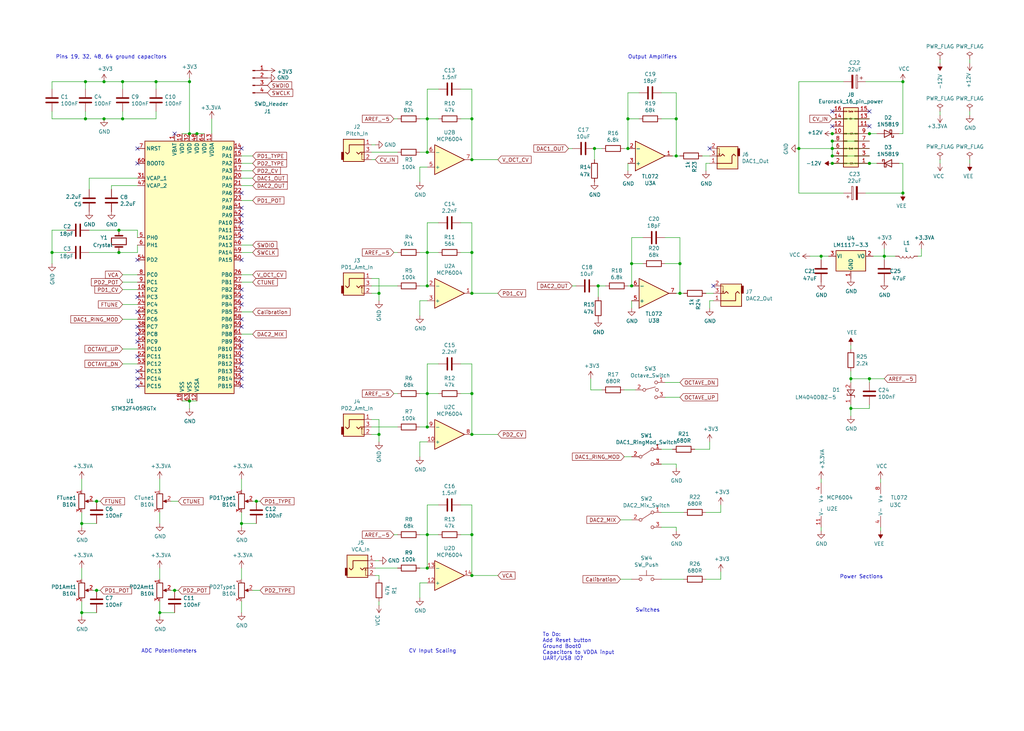
<source format=kicad_sch>
(kicad_sch (version 20230121) (generator eeschema)
  (paper "User" 350.012 250.012)
  (title_block (title "DisPhaze") (company "Mountjoy Modular"))
  (junction (at 214.63 50.8))
  (junction (at 129.54 100.33))
  (junction (at 146.05 52.07))
  (junction (at 161.29 54.61))
  (junction (at 146.05 97.79))
  (junction (at 284.48 50.8))
  (junction (at 203.2 50.8))
  (junction (at 284.48 45.72))
  (junction (at 33.02 201.93))
  (junction (at 302.26 87.63))
  (junction (at 161.29 40.64))
  (junction (at 29.21 40.64))
  (junction (at 297.18 55.88))
  (junction (at 308.61 27.94))
  (junction (at 82.55 179.07))
  (junction (at 232.41 100.33))
  (junction (at 29.21 27.94))
  (junction (at 215.9 90.17))
  (junction (at 64.77 137.16))
  (junction (at 232.41 90.17))
  (junction (at 214.63 40.64))
  (junction (at 146.05 182.88))
  (junction (at 215.9 97.79))
  (junction (at 41.91 40.64))
  (junction (at 284.48 53.34))
  (junction (at 33.02 171.45))
  (junction (at 290.83 139.7))
  (junction (at 231.14 40.64))
  (junction (at 64.77 27.94))
  (junction (at 54.61 209.55))
  (junction (at 308.61 66.04))
  (junction (at 64.77 45.72))
  (junction (at 146.05 146.05))
  (junction (at 231.14 53.34))
  (junction (at 67.31 45.72))
  (junction (at 284.48 48.26))
  (junction (at 146.05 194.31))
  (junction (at 161.29 196.85))
  (junction (at 35.56 40.64))
  (junction (at 161.29 100.33))
  (junction (at 41.91 27.94))
  (junction (at 87.63 171.45))
  (junction (at 40.64 86.36))
  (junction (at 146.05 40.64))
  (junction (at 297.18 129.54))
  (junction (at 273.05 50.8))
  (junction (at 280.67 87.63))
  (junction (at 204.47 97.79))
  (junction (at 146.05 134.62))
  (junction (at 161.29 182.88))
  (junction (at 161.29 134.62))
  (junction (at 297.18 45.72))
  (junction (at 161.29 86.36))
  (junction (at 53.34 27.94))
  (junction (at 290.83 129.54))
  (junction (at 146.05 86.36))
  (junction (at 59.69 201.93))
  (junction (at 129.54 148.59))
  (junction (at 27.94 209.55))
  (junction (at 40.64 78.74))
  (junction (at 161.29 148.59))
  (junction (at 284.48 55.88))
  (junction (at 35.56 27.94))
  (junction (at 27.94 179.07))
  (junction (at 17.78 86.36))
  (no_connect (at 297.18 38.1))
  (no_connect (at 82.55 111.76))
  (no_connect (at 284.48 38.1))
  (no_connect (at 82.55 121.92))
  (no_connect (at 46.99 132.08))
  (no_connect (at 82.55 129.54))
  (no_connect (at 82.55 78.74))
  (no_connect (at 82.55 76.2))
  (no_connect (at 46.99 121.92))
  (no_connect (at 82.55 127))
  (no_connect (at 82.55 109.22))
  (no_connect (at 82.55 50.8))
  (no_connect (at 46.99 116.84))
  (no_connect (at 82.55 73.66))
  (no_connect (at 46.99 55.88))
  (no_connect (at 82.55 116.84))
  (no_connect (at 46.99 88.9))
  (no_connect (at 46.99 114.3))
  (no_connect (at 82.55 66.04))
  (no_connect (at 82.55 104.14))
  (no_connect (at 46.99 101.6))
  (no_connect (at 82.55 119.38))
  (no_connect (at 82.55 101.6))
  (no_connect (at 46.99 50.8))
  (no_connect (at 82.55 81.28))
  (no_connect (at 82.55 88.9))
  (no_connect (at 297.18 43.18))
  (no_connect (at 242.57 50.8))
  (no_connect (at 46.99 127))
  (no_connect (at 82.55 71.12))
  (no_connect (at 82.55 124.46))
  (no_connect (at 82.55 132.08))
  (no_connect (at 284.48 43.18))
  (no_connect (at 243.84 97.79))
  (no_connect (at 59.69 45.72))
  (no_connect (at 46.99 106.68))
  (no_connect (at 46.99 111.76))
  (no_connect (at 46.99 129.54))
  (no_connect (at 82.55 99.06))
  (wire (pts (xy 204.47 101.6) (xy 204.47 97.79)))
  (wire (pts (xy 226.06 180.34) (xy 231.14 180.34)))
  (wire (pts (xy 82.55 194.31) (xy 82.55 198.12)))
  (wire (pts (xy 146.05 57.15) (xy 143.51 57.15)))
  (wire (pts (xy 297.18 129.54) (xy 290.83 129.54)))
  (wire (pts (xy 82.55 63.5) (xy 86.36 63.5)))
  (wire (pts (xy 280.67 88.9) (xy 280.67 87.63)))
  (wire (pts (xy 86.36 201.93) (xy 88.9 201.93)))
  (wire (pts (xy 201.93 133.35) (xy 205.74 133.35)))
  (wire (pts (xy 227.33 135.89) (xy 232.41 135.89)))
  (wire (pts (xy 134.62 182.88) (xy 135.89 182.88)))
  (wire (pts (xy 157.48 76.2) (xy 161.29 76.2)))
  (wire (pts (xy 40.64 78.74) (xy 30.48 78.74)))
  (wire (pts (xy 129.54 148.59) (xy 129.54 151.13)))
  (wire (pts (xy 38.1 63.5) (xy 38.1 64.77)))
  (wire (pts (xy 41.91 27.94) (xy 35.56 27.94)))
  (wire (pts (xy 17.78 40.64) (xy 17.78 38.1)))
  (wire (pts (xy 82.55 68.58) (xy 86.36 68.58)))
  (wire (pts (xy 149.86 30.48) (xy 146.05 30.48)))
  (wire (pts (xy 302.26 85.09) (xy 302.26 87.63)))
  (wire (pts (xy 46.99 60.96) (xy 30.48 60.96)))
  (wire (pts (xy 86.36 55.88) (xy 82.55 55.88)))
  (wire (pts (xy 128.27 194.31) (xy 135.89 194.31)))
  (wire (pts (xy 46.99 63.5) (xy 38.1 63.5)))
  (wire (pts (xy 232.41 100.33) (xy 233.68 100.33)))
  (wire (pts (xy 297.18 48.26) (xy 284.48 48.26)))
  (wire (pts (xy 143.51 194.31) (xy 146.05 194.31)))
  (wire (pts (xy 143.51 57.15) (xy 143.51 62.23)))
  (wire (pts (xy 276.86 87.63) (xy 280.67 87.63)))
  (wire (pts (xy 280.67 87.63) (xy 283.21 87.63)))
  (wire (pts (xy 314.96 85.09) (xy 314.96 87.63)))
  (wire (pts (xy 161.29 182.88) (xy 161.29 196.85)))
  (wire (pts (xy 64.77 45.72) (xy 64.77 46.99)))
  (wire (pts (xy 170.18 196.85) (xy 161.29 196.85)))
  (wire (pts (xy 146.05 40.64) (xy 146.05 52.07)))
  (wire (pts (xy 127 143.51) (xy 129.54 143.51)))
  (wire (pts (xy 82.55 58.42) (xy 86.36 58.42)))
  (wire (pts (xy 64.77 137.16) (xy 64.77 139.7)))
  (wire (pts (xy 290.83 139.7) (xy 297.18 139.7)))
  (wire (pts (xy 231.14 158.75) (xy 231.14 160.02)))
  (wire (pts (xy 302.26 87.63) (xy 302.26 88.9)))
  (wire (pts (xy 41.91 124.46) (xy 46.99 124.46)))
  (wire (pts (xy 146.05 134.62) (xy 146.05 146.05)))
  (wire (pts (xy 54.61 205.74) (xy 54.61 209.55)))
  (wire (pts (xy 53.34 27.94) (xy 64.77 27.94)))
  (wire (pts (xy 219.71 90.17) (xy 215.9 90.17)))
  (wire (pts (xy 229.87 53.34) (xy 231.14 53.34)))
  (wire (pts (xy 35.56 40.64) (xy 41.91 40.64)))
  (wire (pts (xy 246.38 198.12) (xy 241.3 198.12)))
  (wire (pts (xy 273.05 50.8) (xy 284.48 50.8)))
  (wire (pts (xy 297.18 53.34) (xy 284.48 53.34)))
  (wire (pts (xy 127 100.33) (xy 129.54 100.33)))
  (wire (pts (xy 82.55 205.74) (xy 82.55 209.55)))
  (wire (pts (xy 146.05 182.88) (xy 146.05 194.31)))
  (wire (pts (xy 321.31 38.1) (xy 321.31 39.37)))
  (wire (pts (xy 242.57 55.88) (xy 241.3 55.88)))
  (wire (pts (xy 129.54 205.74) (xy 129.54 207.01)))
  (wire (pts (xy 161.29 134.62) (xy 161.29 148.59)))
  (wire (pts (xy 127 95.25) (xy 129.54 95.25)))
  (wire (pts (xy 127 52.07) (xy 135.89 52.07)))
  (wire (pts (xy 41.91 104.14) (xy 46.99 104.14)))
  (wire (pts (xy 59.69 201.93) (xy 60.96 201.93)))
  (wire (pts (xy 194.31 50.8) (xy 195.58 50.8)))
  (wire (pts (xy 53.34 27.94) (xy 41.91 27.94)))
  (wire (pts (xy 149.86 40.64) (xy 146.05 40.64)))
  (wire (pts (xy 307.34 45.72) (xy 308.61 45.72)))
  (wire (pts (xy 170.18 54.61) (xy 161.29 54.61)))
  (wire (pts (xy 246.38 175.26) (xy 241.3 175.26)))
  (wire (pts (xy 129.54 95.25) (xy 129.54 100.33)))
  (wire (pts (xy 31.75 171.45) (xy 33.02 171.45)))
  (wire (pts (xy 27.94 194.31) (xy 27.94 198.12)))
  (wire (pts (xy 41.91 96.52) (xy 46.99 96.52)))
  (wire (pts (xy 226.06 175.26) (xy 233.68 175.26)))
  (wire (pts (xy 213.36 50.8) (xy 214.63 50.8)))
  (wire (pts (xy 143.51 146.05) (xy 146.05 146.05)))
  (wire (pts (xy 219.71 81.28) (xy 215.9 81.28)))
  (wire (pts (xy 231.14 31.75) (xy 231.14 40.64)))
  (wire (pts (xy 157.48 134.62) (xy 161.29 134.62)))
  (wire (pts (xy 53.34 40.64) (xy 53.34 38.1)))
  (wire (pts (xy 129.54 196.85) (xy 129.54 198.12)))
  (wire (pts (xy 290.83 127) (xy 290.83 129.54)))
  (wire (pts (xy 17.78 40.64) (xy 29.21 40.64)))
  (wire (pts (xy 82.55 86.36) (xy 86.36 86.36)))
  (wire (pts (xy 214.63 40.64) (xy 214.63 50.8)))
  (wire (pts (xy 59.69 209.55) (xy 54.61 209.55)))
  (wire (pts (xy 308.61 45.72) (xy 308.61 27.94)))
  (wire (pts (xy 143.51 182.88) (xy 146.05 182.88)))
  (wire (pts (xy 232.41 100.33) (xy 232.41 90.17)))
  (wire (pts (xy 241.3 55.88) (xy 241.3 58.42)))
  (wire (pts (xy 284.48 40.64) (xy 297.18 40.64)))
  (wire (pts (xy 82.55 96.52) (xy 86.36 96.52)))
  (wire (pts (xy 27.94 163.83) (xy 27.94 167.64)))
  (wire (pts (xy 64.77 45.72) (xy 67.31 45.72)))
  (wire (pts (xy 129.54 100.33) (xy 129.54 102.87)))
  (wire (pts (xy 231.14 100.33) (xy 232.41 100.33)))
  (wire (pts (xy 218.44 31.75) (xy 214.63 31.75)))
  (wire (pts (xy 226.06 153.67) (xy 229.87 153.67)))
  (wire (pts (xy 157.48 30.48) (xy 161.29 30.48)))
  (wire (pts (xy 288.29 27.94) (xy 273.05 27.94)))
  (wire (pts (xy 300.99 180.34) (xy 300.99 181.61)))
  (wire (pts (xy 170.18 100.33) (xy 161.29 100.33)))
  (wire (pts (xy 149.86 124.46) (xy 146.05 124.46)))
  (wire (pts (xy 58.42 201.93) (xy 59.69 201.93)))
  (wire (pts (xy 41.91 99.06) (xy 46.99 99.06)))
  (wire (pts (xy 134.62 86.36) (xy 135.89 86.36)))
  (wire (pts (xy 214.63 55.88) (xy 214.63 58.42)))
  (wire (pts (xy 280.67 180.34) (xy 280.67 181.61)))
  (wire (pts (xy 41.91 40.64) (xy 53.34 40.64)))
  (wire (pts (xy 17.78 78.74) (xy 17.78 86.36)))
  (wire (pts (xy 143.51 134.62) (xy 146.05 134.62)))
  (wire (pts (xy 33.02 209.55) (xy 27.94 209.55)))
  (wire (pts (xy 157.48 182.88) (xy 161.29 182.88)))
  (wire (pts (xy 127 148.59) (xy 129.54 148.59)))
  (wire (pts (xy 17.78 27.94) (xy 29.21 27.94)))
  (wire (pts (xy 82.55 93.98) (xy 86.36 93.98)))
  (wire (pts (xy 290.83 139.7) (xy 290.83 142.24)))
  (wire (pts (xy 87.63 171.45) (xy 88.9 171.45)))
  (wire (pts (xy 149.86 134.62) (xy 146.05 134.62)))
  (wire (pts (xy 143.51 151.13) (xy 143.51 156.21)))
  (wire (pts (xy 27.94 179.07) (xy 27.94 180.34)))
  (wire (pts (xy 161.29 76.2) (xy 161.29 86.36)))
  (wire (pts (xy 240.03 53.34) (xy 242.57 53.34)))
  (wire (pts (xy 297.18 50.8) (xy 284.48 50.8)))
  (wire (pts (xy 321.31 54.61) (xy 321.31 55.88)))
  (wire (pts (xy 307.34 55.88) (xy 308.61 55.88)))
  (wire (pts (xy 314.96 87.63) (xy 313.69 87.63)))
  (wire (pts (xy 64.77 137.16) (xy 62.23 137.16)))
  (wire (pts (xy 241.3 100.33) (xy 243.84 100.33)))
  (wire (pts (xy 30.48 60.96) (xy 30.48 64.77)))
  (wire (pts (xy 127 49.53) (xy 128.27 49.53)))
  (wire (pts (xy 226.06 198.12) (xy 233.68 198.12)))
  (wire (pts (xy 204.47 97.79) (xy 207.01 97.79)))
  (wire (pts (xy 161.29 86.36) (xy 161.29 100.33)))
  (wire (pts (xy 242.57 102.87) (xy 242.57 105.41)))
  (wire (pts (xy 297.18 130.81) (xy 297.18 129.54)))
  (wire (pts (xy 27.94 205.74) (xy 27.94 209.55)))
  (wire (pts (xy 72.39 40.64) (xy 72.39 45.72)))
  (wire (pts (xy 86.36 171.45) (xy 87.63 171.45)))
  (wire (pts (xy 82.55 175.26) (xy 82.55 179.07)))
  (wire (pts (xy 64.77 45.72) (xy 64.77 27.94)))
  (wire (pts (xy 146.05 102.87) (xy 143.51 102.87)))
  (wire (pts (xy 17.78 86.36) (xy 22.86 86.36)))
  (wire (pts (xy 86.36 114.3) (xy 82.55 114.3)))
  (wire (pts (xy 82.55 106.68) (xy 86.36 106.68)))
  (wire (pts (xy 161.29 124.46) (xy 161.29 134.62)))
  (wire (pts (xy 290.83 129.54) (xy 290.83 130.81)))
  (wire (pts (xy 297.18 45.72) (xy 299.72 45.72)))
  (wire (pts (xy 146.05 151.13) (xy 143.51 151.13)))
  (wire (pts (xy 41.91 38.1) (xy 41.91 40.64)))
  (wire (pts (xy 243.84 102.87) (xy 242.57 102.87)))
  (wire (pts (xy 226.06 31.75) (xy 231.14 31.75)))
  (wire (pts (xy 41.91 109.22) (xy 46.99 109.22)))
  (wire (pts (xy 232.41 90.17) (xy 227.33 90.17)))
  (wire (pts (xy 29.21 30.48) (xy 29.21 27.94)))
  (wire (pts (xy 302.26 129.54) (xy 297.18 129.54)))
  (wire (pts (xy 33.02 179.07) (xy 27.94 179.07)))
  (wire (pts (xy 331.47 38.1) (xy 331.47 39.37)))
  (wire (pts (xy 149.86 76.2) (xy 146.05 76.2)))
  (wire (pts (xy 215.9 81.28) (xy 215.9 90.17)))
  (wire (pts (xy 203.2 50.8) (xy 205.74 50.8)))
  (wire (pts (xy 82.55 163.83) (xy 82.55 167.64)))
  (wire (pts (xy 242.57 151.13) (xy 242.57 153.67)))
  (wire (pts (xy 82.55 179.07) (xy 82.55 180.34)))
  (wire (pts (xy 246.38 172.72) (xy 246.38 175.26)))
  (wire (pts (xy 58.42 171.45) (xy 60.96 171.45)))
  (wire (pts (xy 298.45 87.63) (xy 302.26 87.63)))
  (wire (pts (xy 290.83 118.11) (xy 290.83 119.38)))
  (wire (pts (xy 157.48 86.36) (xy 161.29 86.36)))
  (wire (pts (xy 297.18 55.88) (xy 299.72 55.88)))
  (wire (pts (xy 127 54.61) (xy 128.27 54.61)))
  (wire (pts (xy 308.61 27.94) (xy 295.91 27.94)))
  (wire (pts (xy 46.99 78.74) (xy 40.64 78.74)))
  (wire (pts (xy 54.61 194.31) (xy 54.61 198.12)))
  (wire (pts (xy 149.86 172.72) (xy 146.05 172.72)))
  (wire (pts (xy 127 146.05) (xy 135.89 146.05)))
  (wire (pts (xy 29.21 38.1) (xy 29.21 40.64)))
  (wire (pts (xy 284.48 45.72) (xy 297.18 45.72)))
  (wire (pts (xy 29.21 27.94) (xy 35.56 27.94)))
  (wire (pts (xy 27.94 175.26) (xy 27.94 179.07)))
  (wire (pts (xy 284.48 55.88) (xy 297.18 55.88)))
  (wire (pts (xy 284.48 48.26) (xy 284.48 50.8)))
  (wire (pts (xy 280.67 163.83) (xy 280.67 165.1)))
  (wire (pts (xy 321.31 20.32) (xy 321.31 21.59)))
  (wire (pts (xy 41.91 93.98) (xy 46.99 93.98)))
  (wire (pts (xy 246.38 195.58) (xy 246.38 198.12)))
  (wire (pts (xy 215.9 156.21) (xy 213.36 156.21)))
  (wire (pts (xy 231.14 53.34) (xy 232.41 53.34)))
  (wire (pts (xy 64.77 137.16) (xy 67.31 137.16)))
  (wire (pts (xy 128.27 191.77) (xy 129.54 191.77)))
  (wire (pts (xy 143.51 40.64) (xy 146.05 40.64)))
  (wire (pts (xy 146.05 124.46) (xy 146.05 134.62)))
  (wire (pts (xy 288.29 66.04) (xy 273.05 66.04)))
  (wire (pts (xy 143.51 102.87) (xy 143.51 107.95)))
  (wire (pts (xy 215.9 177.8) (xy 212.09 177.8)))
  (wire (pts (xy 33.02 201.93) (xy 34.29 201.93)))
  (wire (pts (xy 31.75 201.93) (xy 33.02 201.93)))
  (wire (pts (xy 231.14 53.34) (xy 231.14 40.64)))
  (wire (pts (xy 143.51 199.39) (xy 143.51 204.47)))
  (wire (pts (xy 226.06 158.75) (xy 231.14 158.75)))
  (wire (pts (xy 300.99 163.83) (xy 300.99 165.1)))
  (wire (pts (xy 242.57 153.67) (xy 237.49 153.67)))
  (wire (pts (xy 134.62 40.64) (xy 135.89 40.64)))
  (wire (pts (xy 46.99 83.82) (xy 46.99 86.36)))
  (wire (pts (xy 157.48 124.46) (xy 161.29 124.46)))
  (wire (pts (xy 231.14 40.64) (xy 226.06 40.64)))
  (wire (pts (xy 196.85 97.79) (xy 195.58 97.79)))
  (wire (pts (xy 86.36 53.34) (xy 82.55 53.34)))
  (wire (pts (xy 146.05 199.39) (xy 143.51 199.39)))
  (wire (pts (xy 54.61 163.83) (xy 54.61 167.64)))
  (wire (pts (xy 29.21 40.64) (xy 35.56 40.64)))
  (wire (pts (xy 331.47 54.61) (xy 331.47 55.88)))
  (wire (pts (xy 62.23 45.72) (xy 64.77 45.72)))
  (wire (pts (xy 149.86 86.36) (xy 146.05 86.36)))
  (wire (pts (xy 87.63 179.07) (xy 82.55 179.07)))
  (wire (pts (xy 143.51 52.07) (xy 146.05 52.07)))
  (wire (pts (xy 30.48 86.36) (xy 40.64 86.36)))
  (wire (pts (xy 213.36 133.35) (xy 217.17 133.35)))
  (wire (pts (xy 146.05 86.36) (xy 146.05 97.79)))
  (wire (pts (xy 212.09 198.12) (xy 215.9 198.12)))
  (wire (pts (xy 308.61 55.88) (xy 308.61 66.04)))
  (wire (pts (xy 129.54 143.51) (xy 129.54 148.59)))
  (wire (pts (xy 227.33 130.81) (xy 232.41 130.81)))
  (wire (pts (xy 232.41 81.28) (xy 232.41 90.17)))
  (wire (pts (xy 161.29 30.48) (xy 161.29 40.64)))
  (wire (pts (xy 86.36 60.96) (xy 82.55 60.96)))
  (wire (pts (xy 53.34 30.48) (xy 53.34 27.94)))
  (wire (pts (xy 17.78 86.36) (xy 17.78 90.17)))
  (wire (pts (xy 143.51 97.79) (xy 146.05 97.79)))
  (wire (pts (xy 127 97.79) (xy 135.89 97.79)))
  (wire (pts (xy 215.9 102.87) (xy 215.9 105.41)))
  (wire (pts (xy 290.83 138.43) (xy 290.83 139.7)))
  (wire (pts (xy 46.99 81.28) (xy 46.99 78.74)))
  (wire (pts (xy 17.78 30.48) (xy 17.78 27.94)))
  (wire (pts (xy 331.47 20.32) (xy 331.47 21.59)))
  (wire (pts (xy 134.62 134.62) (xy 135.89 134.62)))
  (wire (pts (xy 161.29 172.72) (xy 161.29 182.88)))
  (wire (pts (xy 273.05 27.94) (xy 273.05 50.8)))
  (wire (pts (xy 203.2 54.61) (xy 203.2 50.8)))
  (wire (pts (xy 157.48 172.72) (xy 161.29 172.72)))
  (wire (pts (xy 157.48 40.64) (xy 161.29 40.64)))
  (wire (pts (xy 82.55 83.82) (xy 86.36 83.82)))
  (wire (pts (xy 46.99 86.36) (xy 40.64 86.36)))
  (wire (pts (xy 297.18 139.7) (xy 297.18 138.43)))
  (wire (pts (xy 201.93 129.54) (xy 201.93 133.35)))
  (wire (pts (xy 146.05 30.48) (xy 146.05 40.64)))
  (wire (pts (xy 227.33 81.28) (xy 232.41 81.28)))
  (wire (pts (xy 54.61 209.55) (xy 54.61 210.82)))
  (wire (pts (xy 231.14 180.34) (xy 231.14 181.61)))
  (wire (pts (xy 308.61 66.04) (xy 295.91 66.04)))
  (wire (pts (xy 64.77 26.67) (xy 64.77 27.94)))
  (wire (pts (xy 33.02 171.45) (xy 34.29 171.45)))
  (wire (pts (xy 146.05 76.2) (xy 146.05 86.36)))
  (wire (pts (xy 149.86 182.88) (xy 146.05 182.88)))
  (wire (pts (xy 143.51 86.36) (xy 146.05 86.36)))
  (wire (pts (xy 146.05 172.72) (xy 146.05 182.88)))
  (wire (pts (xy 128.27 196.85) (xy 129.54 196.85)))
  (wire (pts (xy 22.86 78.74) (xy 17.78 78.74)))
  (wire (pts (xy 170.18 148.59) (xy 161.29 148.59)))
  (wire (pts (xy 214.63 97.79) (xy 215.9 97.79)))
  (wire (pts (xy 54.61 175.26) (xy 54.61 179.07)))
  (wire (pts (xy 27.94 209.55) (xy 27.94 210.82)))
  (wire (pts (xy 41.91 119.38) (xy 46.99 119.38)))
  (wire (pts (xy 67.31 45.72) (xy 69.85 45.72)))
  (wire (pts (xy 161.29 40.64) (xy 161.29 54.61)))
  (wire (pts (xy 218.44 40.64) (xy 214.63 40.64)))
  (wire (pts (xy 302.26 87.63) (xy 306.07 87.63)))
  (wire (pts (xy 214.63 31.75) (xy 214.63 40.64)))
  (wire (pts (xy 41.91 30.48) (xy 41.91 27.94)))
  (wire (pts (xy 284.48 53.34) (xy 284.48 50.8)))
  (wire (pts (xy 273.05 66.04) (xy 273.05 50.8)))
  (wire (pts (xy 215.9 90.17) (xy 215.9 97.79)))
  (text "CV Input Scaling" (at 139.7 223.52 0) (effects (font (size 1.27 1.27)) (justify left bottom)))
  (text "To Do:\nAdd Reset button\nGround Boot0\nCapacitors to VDDA input\nUART/USB IO?" (at 185.42 226.06 0) (effects (font (size 1.27 1.27)) (justify left bottom)))
  (text "Pins 19, 32, 48, 64 ground capacitors" (at 19.05 20.32 0) (effects (font (size 1.27 1.27)) (justify left bottom)))
  (text "Output Amplifiers" (at 214.63 20.32 0) (effects (font (size 1.27 1.27)) (justify left bottom)))
  (text "ADC Potentiometers" (at 48.26 223.52 0) (effects (font (size 1.27 1.27)) (justify left bottom)))
  (text "Power Sections" (at 287.02 198.12 0) (effects (font (size 1.27 1.27)) (justify left bottom)))
  (text "Switches" (at 217.17 209.55 0) (effects (font (size 1.27 1.27)) (justify left bottom)))
  (global_label "SWCLK" (shape input) (at 91.44 31.75 0) (property "Intersheetrefs" "${INTERSHEET_REFS}" (effects hide)))
  (global_label "VCA" (shape input) (at 41.91 93.98 180) (property "Intersheetrefs" "${INTERSHEET_REFS}" (effects hide)))
  (global_label "PD2_CV" (shape input) (at 170.18 148.59 0) (property "Intersheetrefs" "${INTERSHEET_REFS}" (effects hide)))
  (global_label "CV_IN" (shape input) (at 128.27 54.61 0) (property "Intersheetrefs" "${INTERSHEET_REFS}" (effects hide)))
  (global_label "PD2_TYPE" (shape input) (at 86.36 55.88 0) (property "Intersheetrefs" "${INTERSHEET_REFS}" (effects hide)))
  (global_label "AREF_-5" (shape input) (at 302.26 129.54 0) (property "Intersheetrefs" "${INTERSHEET_REFS}" (effects hide)))
  (global_label "OCTAVE_DN" (shape input) (at 232.41 130.81 0) (property "Intersheetrefs" "${INTERSHEET_REFS}" (effects hide)))
  (global_label "DAC1_OUT" (shape input) (at 194.31 50.8 180) (property "Intersheetrefs" "${INTERSHEET_REFS}" (effects hide)))
  (global_label "PD1_TYPE" (shape input) (at 88.9 171.45 0) (property "Intersheetrefs" "${INTERSHEET_REFS}" (effects hide)))
  (global_label "PD2_POT" (shape input) (at 41.91 96.52 180) (property "Intersheetrefs" "${INTERSHEET_REFS}" (effects hide)))
  (global_label "DAC2_MIX" (shape input) (at 86.36 114.3 0) (property "Intersheetrefs" "${INTERSHEET_REFS}" (effects hide)))
  (global_label "AREF_-5" (shape input) (at 134.62 40.64 180) (property "Intersheetrefs" "${INTERSHEET_REFS}" (effects hide)))
  (global_label "DAC1_OUT" (shape input) (at 86.36 60.96 0) (property "Intersheetrefs" "${INTERSHEET_REFS}" (effects hide)))
  (global_label "DAC1_RING_MOD" (shape input) (at 41.91 109.22 180) (property "Intersheetrefs" "${INTERSHEET_REFS}" (effects hide)))
  (global_label "DAC1_RING_MOD" (shape input) (at 213.36 156.21 180) (property "Intersheetrefs" "${INTERSHEET_REFS}" (effects hide)))
  (global_label "DAC2_OUT" (shape input) (at 86.36 63.5 0) (property "Intersheetrefs" "${INTERSHEET_REFS}" (effects hide)))
  (global_label "Calibration" (shape input) (at 86.36 106.68 0) (property "Intersheetrefs" "${INTERSHEET_REFS}" (effects hide)))
  (global_label "OCTAVE_UP" (shape input) (at 232.41 135.89 0) (property "Intersheetrefs" "${INTERSHEET_REFS}" (effects hide)))
  (global_label "SWDIO" (shape input) (at 91.44 29.21 0) (property "Intersheetrefs" "${INTERSHEET_REFS}" (effects hide)))
  (global_label "CTUNE" (shape input) (at 86.36 96.52 0) (property "Intersheetrefs" "${INTERSHEET_REFS}" (effects hide)))
  (global_label "AREF_-5" (shape input) (at 134.62 86.36 180) (property "Intersheetrefs" "${INTERSHEET_REFS}" (effects hide)))
  (global_label "PD1_POT" (shape input) (at 34.29 201.93 0) (property "Intersheetrefs" "${INTERSHEET_REFS}" (effects hide)))
  (global_label "SWCLK" (shape input) (at 86.36 86.36 0) (property "Intersheetrefs" "${INTERSHEET_REFS}" (effects hide)))
  (global_label "V_OCT_CV" (shape input) (at 170.18 54.61 0) (property "Intersheetrefs" "${INTERSHEET_REFS}" (effects hide)))
  (global_label "Calibration" (shape input) (at 212.09 198.12 180) (property "Intersheetrefs" "${INTERSHEET_REFS}" (effects hide)))
  (global_label "DAC2_OUT" (shape input) (at 195.58 97.79 180) (property "Intersheetrefs" "${INTERSHEET_REFS}" (effects hide)))
  (global_label "PD2_POT" (shape input) (at 60.96 201.93 0) (property "Intersheetrefs" "${INTERSHEET_REFS}" (effects hide)))
  (global_label "OCTAVE_DN" (shape input) (at 41.91 124.46 180) (property "Intersheetrefs" "${INTERSHEET_REFS}" (effects hide)))
  (global_label "FTUNE" (shape input) (at 41.91 104.14 180) (property "Intersheetrefs" "${INTERSHEET_REFS}" (effects hide)))
  (global_label "AREF_-5" (shape input) (at 134.62 182.88 180) (property "Intersheetrefs" "${INTERSHEET_REFS}" (effects hide)))
  (global_label "FTUNE" (shape input) (at 34.29 171.45 0) (property "Intersheetrefs" "${INTERSHEET_REFS}" (effects hide)))
  (global_label "PD1_TYPE" (shape input) (at 86.36 53.34 0) (property "Intersheetrefs" "${INTERSHEET_REFS}" (effects hide)))
  (global_label "PD2_CV" (shape input) (at 86.36 58.42 0) (property "Intersheetrefs" "${INTERSHEET_REFS}" (effects hide)))
  (global_label "AREF_-5" (shape input) (at 134.62 134.62 180) (property "Intersheetrefs" "${INTERSHEET_REFS}" (effects hide)))
  (global_label "VCA" (shape input) (at 170.18 196.85 0) (property "Intersheetrefs" "${INTERSHEET_REFS}" (effects hide)))
  (global_label "PD1_CV" (shape input) (at 41.91 99.06 180) (property "Intersheetrefs" "${INTERSHEET_REFS}" (effects hide)))
  (global_label "PD2_TYPE" (shape input) (at 88.9 201.93 0) (property "Intersheetrefs" "${INTERSHEET_REFS}" (effects hide)))
  (global_label "CTUNE" (shape input) (at 60.96 171.45 0) (property "Intersheetrefs" "${INTERSHEET_REFS}" (effects hide)))
  (global_label "SWDIO" (shape input) (at 86.36 83.82 0) (property "Intersheetrefs" "${INTERSHEET_REFS}" (effects hide)))
  (global_label "V_OCT_CV" (shape input) (at 86.36 93.98 0) (property "Intersheetrefs" "${INTERSHEET_REFS}" (effects hide)))
  (global_label "DAC2_MIX" (shape input) (at 212.09 177.8 180) (property "Intersheetrefs" "${INTERSHEET_REFS}" (effects hide)))
  (global_label "OCTAVE_UP" (shape input) (at 41.91 119.38 180) (property "Intersheetrefs" "${INTERSHEET_REFS}" (effects hide)))
  (global_label "CV_IN" (shape input) (at 284.48 40.64 180) (property "Intersheetrefs" "${INTERSHEET_REFS}" (effects hide)))
  (global_label "PD1_POT" (shape input) (at 86.36 68.58 0) (property "Intersheetrefs" "${INTERSHEET_REFS}" (effects hide)))
  (global_label "PD1_CV" (shape input) (at 170.18 100.33 0) (property "Intersheetrefs" "${INTERSHEET_REFS}" (effects hide)))
  (symbol (lib_id "MCU_ST_STM32F4:STM32F405RGTx") (at 64.77 91.44 0) (unit 1)
    (property "Reference" "U1" (at 44.45 137.16 0))
    (property "Value" "STM32F405RGTx" (at 45.72 139.7 0))
    (property "Footprint" "Package_QFP:LQFP-64_10x10mm_P0.5mm" (effects hide))
    (property "Datasheet" "http://www.st.com/st-web-ui/static/active/en/resource/technical/document/datasheet/DM00037051.pdf" (effects hide))
  )
  (symbol (lib_id "Device:C") (at 30.48 68.58 180) (unit 1)
    (property "Reference" "C5" (at 27.94 69.85 0) (effects (justify left)))
    (property "Value" "2.2uF" (at 27.94 67.31 0) (effects (justify left)))
    (property "Footprint" "Capacitors_SMD:C_0805_HandSoldering" (effects hide))
  )
  (symbol (lib_id "Device:C") (at 38.1 68.58 0) (unit 1)
    (property "Reference" "C8" (at 41.021 67.4116 0) (effects (justify left)))
    (property "Value" "2.2uF" (at 41.021 69.723 0) (effects (justify left)))
    (property "Footprint" "Capacitors_SMD:C_0805_HandSoldering" (effects hide))
  )
  (symbol (lib_id "power:GND") (at 38.1 72.39 0) (unit 1)
    (property "Reference" "#PWR09" (effects hide))
    (property "Value" "GND" (at 38.227 76.7842 0))
  )
  (symbol (lib_id "Connector:Conn_01x04_Male") (at 86.36 26.67 0) (unit 1)
    (property "Reference" "J1" (at 91.44 38.1 0))
    (property "Value" "SWD_Header" (at 92.71 35.56 0))
    (property "Footprint" "Custom_Footprints:SWD_header" (effects hide))
  )
  (symbol (lib_id "power:+3.3V") (at 91.44 24.13 270) (unit 1)
    (property "Reference" "#PWR021" (effects hide))
    (property "Value" "+3.3V" (at 94.6912 24.511 90) (effects (justify left)))
  )
  (symbol (lib_id "power:GND") (at 91.44 26.67 90) (unit 1)
    (property "Reference" "#PWR022" (effects hide))
    (property "Value" "GND" (at 94.6912 26.543 90) (effects (justify right)))
  )
  (symbol (lib_id "Device:Crystal") (at 40.64 82.55 90) (unit 1)
    (property "Reference" "Y1" (at 34.29 81.28 90) (effects (justify right)))
    (property "Value" "Crystal" (at 31.75 83.82 90) (effects (justify right)))
    (property "Footprint" "Custom_Footprints:Crystal_SMD" (effects hide))
  )
  (symbol (lib_id "Device:C") (at 26.67 78.74 270) (unit 1)
    (property "Reference" "C2" (at 21.59 77.47 90) (effects (justify left)))
    (property "Value" "18pF" (at 20.32 80.01 90) (effects (justify left)))
    (property "Footprint" "Capacitors_SMD:C_0805_HandSoldering" (effects hide))
  )
  (symbol (lib_id "Device:C") (at 26.67 86.36 270) (unit 1)
    (property "Reference" "C3" (at 21.59 85.09 90) (effects (justify left)))
    (property "Value" "18pF" (at 20.32 87.63 90) (effects (justify left)))
    (property "Footprint" "Capacitors_SMD:C_0805_HandSoldering" (effects hide))
  )
  (symbol (lib_id "power:GND") (at 17.78 90.17 0) (unit 1)
    (property "Reference" "#PWR01" (effects hide))
    (property "Value" "GND" (at 17.907 93.4212 90) (effects (justify right)))
  )
  (symbol (lib_id "power:+3.3V") (at 64.77 26.67 0) (unit 1)
    (property "Reference" "#PWR014" (effects hide))
    (property "Value" "+3.3V" (at 64.77 22.86 0))
  )
  (symbol (lib_id "power:GND") (at 64.77 139.7 0) (unit 1)
    (property "Reference" "#PWR015" (effects hide))
    (property "Value" "GND" (at 64.897 144.0942 0))
  )
  (symbol (lib_id "power:+3.3V") (at 35.56 27.94 0) (unit 1)
    (property "Reference" "#PWR07" (effects hide))
    (property "Value" "+3.3V" (at 35.941 23.5458 0))
  )
  (symbol (lib_id "Device:C") (at 17.78 34.29 0) (unit 1)
    (property "Reference" "C1" (at 20.701 33.1216 0) (effects (justify left)))
    (property "Value" "100nF" (at 20.701 35.433 0) (effects (justify left)))
    (property "Footprint" "Capacitors_SMD:C_0805_HandSoldering" (effects hide))
  )
  (symbol (lib_id "power:GND") (at 35.56 40.64 0) (unit 1)
    (property "Reference" "#PWR08" (effects hide))
    (property "Value" "GND" (at 35.687 45.0342 0))
  )
  (symbol (lib_id "Device:C") (at 29.21 34.29 0) (unit 1)
    (property "Reference" "C4" (at 32.131 33.1216 0) (effects (justify left)))
    (property "Value" "100nF" (at 32.131 35.433 0) (effects (justify left)))
    (property "Footprint" "Capacitors_SMD:C_0805_HandSoldering" (effects hide))
  )
  (symbol (lib_id "Device:C") (at 41.91 34.29 0) (unit 1)
    (property "Reference" "C9" (at 44.831 33.1216 0) (effects (justify left)))
    (property "Value" "100nF" (at 44.831 35.433 0) (effects (justify left)))
    (property "Footprint" "Capacitors_SMD:C_0805_HandSoldering" (effects hide))
  )
  (symbol (lib_id "Device:C") (at 53.34 34.29 0) (unit 1)
    (property "Reference" "C10" (at 56.261 33.1216 0) (effects (justify left)))
    (property "Value" "100nF" (at 56.261 35.433 0) (effects (justify left)))
    (property "Footprint" "Capacitors_SMD:C_0805_HandSoldering" (effects hide))
  )
  (symbol (lib_id "power:GND") (at 30.48 72.39 0) (unit 1)
    (property "Reference" "#PWR06" (effects hide))
    (property "Value" "GND" (at 30.607 76.7842 0))
  )
  (symbol (lib_id "power:+3.3V") (at 302.26 85.09 0) (unit 1)
    (property "Reference" "#PWR056" (effects hide))
    (property "Value" "+3.3V" (at 302.26 81.28 0))
  )
  (symbol (lib_id "power:PWR_FLAG") (at 331.47 38.1 0) (unit 1)
    (property "Reference" "#FLG01" (effects hide))
    (property "Value" "PWR_FLAG" (at 331.47 33.6804 0))
  )
  (symbol (lib_id "power:GND") (at 331.47 39.37 0) (unit 1)
    (property "Reference" "#PWR043" (effects hide))
    (property "Value" "GND" (at 331.597 43.7642 0))
  )
  (symbol (lib_id "Regulator_Linear:LM1117-3.3") (at 290.83 87.63 0) (unit 1)
    (property "Reference" "U4" (at 290.83 81.4832 0))
    (property "Value" "LM1117-3.3" (at 290.83 83.7946 0))
    (property "Footprint" "TO_SOT_Packages_SMD:TO-252-3_TabPin2" (effects hide))
    (property "Datasheet" "http://www.ti.com/lit/ds/symlink/lm1117.pdf" (effects hide))
  )
  (symbol (lib_id "power:GND") (at 290.83 95.25 0) (unit 1)
    (property "Reference" "#PWR051" (effects hide))
    (property "Value" "GND" (at 290.957 99.6442 0))
  )
  (symbol (lib_id "Amplifier_Operational:MCP6004") (at 153.67 54.61 0) (mirror x) (unit 2)
    (property "Reference" "U2" (at 153.67 45.2882 0))
    (property "Value" "MCP6004" (at 153.67 47.5996 0))
    (property "Footprint" "SMD_Packages:SOIC-14_N" (effects hide))
    (property "Datasheet" "http://ww1.microchip.com/downloads/en/DeviceDoc/21733j.pdf" (effects hide))
  )
  (symbol (lib_id "Device:R") (at 153.67 40.64 270) (unit 1)
    (property "Reference" "R10" (at 153.67 35.3822 90))
    (property "Value" "47k" (at 153.67 37.6936 90))
    (property "Footprint" "Resistors_SMD:R_0805_HandSoldering" (effects hide))
  )
  (symbol (lib_id "Device:R") (at 139.7 40.64 270) (unit 1)
    (property "Reference" "R2" (at 139.7 35.3822 90))
    (property "Value" "82k" (at 139.7 37.6936 90))
    (property "Footprint" "Resistors_SMD:R_0805_HandSoldering" (effects hide))
  )
  (symbol (lib_id "Device:R") (at 139.7 52.07 270) (unit 1)
    (property "Reference" "R3" (at 139.7 54.61 90))
    (property "Value" "100k" (at 139.7 57.15 90))
    (property "Footprint" "Resistors_SMD:R_0805_HandSoldering" (effects hide))
  )
  (symbol (lib_id "power:GND") (at 143.51 62.23 0) (unit 1)
    (property "Reference" "#PWR028" (effects hide))
    (property "Value" "GND" (at 143.637 66.6242 0))
  )
  (symbol (lib_id "Device:C") (at 153.67 30.48 90) (unit 1)
    (property "Reference" "C13" (at 153.67 24.0792 90))
    (property "Value" "1.5nF" (at 153.67 26.3906 90))
    (property "Footprint" "Capacitors_SMD:C_0805_HandSoldering" (effects hide))
  )
  (symbol (lib_id "Reference_Voltage:LM4040DBZ-10") (at 290.83 134.62 270) (unit 1)
    (property "Reference" "D1" (at 284.48 133.35 90) (effects (justify left)))
    (property "Value" "LM4040DBZ-5" (at 271.78 135.89 90) (effects (justify left)))
    (property "Footprint" "TO_SOT_Packages_SMD:SOT-23" (effects hide))
    (property "Datasheet" "http://www.ti.com/lit/ds/symlink/lm4040-n.pdf" (effects hide))
  )
  (symbol (lib_id "Device:R") (at 290.83 123.19 0) (unit 1)
    (property "Reference" "R25" (at 292.608 122.0216 0) (effects (justify left)))
    (property "Value" "2.2k" (at 292.608 124.333 0) (effects (justify left)))
    (property "Footprint" "Resistors_SMD:R_0805_HandSoldering" (effects hide))
  )
  (symbol (lib_id "Device:C") (at 297.18 134.62 0) (unit 1)
    (property "Reference" "C24" (at 300.101 133.4516 0) (effects (justify left)))
    (property "Value" "100nF" (at 300.101 135.763 0) (effects (justify left)))
    (property "Footprint" "Capacitors_SMD:C_0805_HandSoldering" (effects hide))
  )
  (symbol (lib_id "power:GND") (at 290.83 142.24 0) (unit 1)
    (property "Reference" "#PWR053" (effects hide))
    (property "Value" "GND" (at 290.957 146.6342 0))
  )
  (symbol (lib_id "Amplifier_Operational:MCP6004") (at 153.67 100.33 0) (mirror x) (unit 1)
    (property "Reference" "U2" (at 153.67 91.0082 0))
    (property "Value" "MCP6004" (at 153.67 93.3196 0))
    (property "Footprint" "SMD_Packages:SOIC-14_N" (effects hide))
    (property "Datasheet" "http://ww1.microchip.com/downloads/en/DeviceDoc/21733j.pdf" (effects hide))
  )
  (symbol (lib_id "Device:R") (at 153.67 86.36 270) (unit 1)
    (property "Reference" "R11" (at 153.67 81.1022 90))
    (property "Value" "56k" (at 153.67 83.4136 90))
    (property "Footprint" "Resistors_SMD:R_0805_HandSoldering" (effects hide))
  )
  (symbol (lib_id "Device:R") (at 139.7 86.36 270) (unit 1)
    (property "Reference" "R4" (at 139.7 81.1022 90))
    (property "Value" "91k" (at 139.7 83.4136 90))
    (property "Footprint" "Resistors_SMD:R_0805_HandSoldering" (effects hide))
  )
  (symbol (lib_id "Device:R") (at 139.7 97.79 270) (unit 1)
    (property "Reference" "R5" (at 139.7 92.5322 90))
    (property "Value" "100k" (at 139.7 94.8436 90))
    (property "Footprint" "Resistors_SMD:R_0805_HandSoldering" (effects hide))
  )
  (symbol (lib_id "power:GND") (at 143.51 107.95 0) (unit 1)
    (property "Reference" "#PWR029" (effects hide))
    (property "Value" "GND" (at 143.637 112.3442 0))
  )
  (symbol (lib_id "Device:C") (at 153.67 76.2 90) (unit 1)
    (property "Reference" "C14" (at 153.67 69.7992 90))
    (property "Value" "2.2nF" (at 153.67 72.1106 90))
    (property "Footprint" "Capacitors_SMD:C_0805_HandSoldering" (effects hide))
  )
  (symbol (lib_id "Device:R_POT") (at 82.55 171.45 0) (unit 1)
    (property "Reference" "PD1Type1" (at 80.772 170.2816 0) (effects (justify right)))
    (property "Value" "B10k" (at 80.772 172.593 0) (effects (justify right)))
    (property "Footprint" "Custom_Footprints:Alpha_9mm_Potentiometer" (effects hide))
  )
  (symbol (lib_id "Device:C") (at 302.26 92.71 0) (unit 1)
    (property "Reference" "C25" (at 306.07 92.71 0))
    (property "Value" "47uF" (at 307.34 95.25 0))
    (property "Footprint" "Capacitors_SMD:CP_Elec_5x5.8" (effects hide))
  )
  (symbol (lib_id "power:GND") (at 302.26 96.52 0) (unit 1)
    (property "Reference" "#PWR057" (effects hide))
    (property "Value" "GND" (at 302.387 100.9142 0))
  )
  (symbol (lib_id "Device:L") (at 309.88 87.63 270) (unit 1)
    (property "Reference" "L1" (at 309.88 83.1088 90))
    (property "Value" "L" (at 309.88 85.4202 90))
    (property "Footprint" "Resistors_SMD:R_0805_HandSoldering" (effects hide))
  )
  (symbol (lib_id "power:+3.3VA") (at 314.96 85.09 0) (unit 1)
    (property "Reference" "#PWR060" (effects hide))
    (property "Value" "+3.3VA" (at 312.42 81.28 0) (effects (justify left)))
  )
  (symbol (lib_id "Device:C") (at 280.67 92.71 0) (unit 1)
    (property "Reference" "C21" (at 276.86 92.71 0))
    (property "Value" "47uF" (at 276.86 95.25 0))
    (property "Footprint" "Capacitors_SMD:CP_Elec_5x5.8" (effects hide))
  )
  (symbol (lib_id "power:GND") (at 280.67 96.52 0) (unit 1)
    (property "Reference" "#PWR046" (effects hide))
    (property "Value" "GND" (at 280.797 100.9142 0))
  )
  (symbol (lib_id "power:+3.3VA") (at 82.55 163.83 0) (unit 1)
    (property "Reference" "#PWR017" (effects hide))
    (property "Value" "+3.3VA" (at 82.931 159.4358 0))
  )
  (symbol (lib_id "power:GND") (at 82.55 180.34 0) (unit 1)
    (property "Reference" "#PWR018" (effects hide))
    (property "Value" "GND" (at 82.677 184.7342 0))
  )
  (symbol (lib_id "Amplifier_Operational:TL072") (at 223.52 100.33 0) (mirror x) (unit 2)
    (property "Reference" "U3" (at 223.52 109.6518 0))
    (property "Value" "TL072" (at 223.52 107.3404 0))
    (property "Footprint" "SMD_Packages:SOIC-8-N" (effects hide))
    (property "Datasheet" "http://www.ti.com/lit/ds/symlink/tl071.pdf" (effects hide))
  )
  (symbol (lib_id "Device:R") (at 237.49 100.33 270) (unit 1)
    (property "Reference" "R24" (at 238.6584 102.108 0) (effects (justify left)))
    (property "Value" "1k" (at 236.347 102.108 0) (effects (justify left)))
    (property "Footprint" "Resistors_SMD:R_0805_HandSoldering" (effects hide))
  )
  (symbol (lib_id "Device:R") (at 223.52 90.17 270) (unit 1)
    (property "Reference" "R20" (at 223.52 84.9122 90))
    (property "Value" "68k" (at 223.52 87.2236 90))
    (property "Footprint" "Resistors_SMD:R_0805_HandSoldering" (effects hide))
  )
  (symbol (lib_id "power:GND") (at 215.9 105.41 0) (unit 1)
    (property "Reference" "#PWR036" (effects hide))
    (property "Value" "GND" (at 216.027 109.8042 0))
  )
  (symbol (lib_id "Device:C") (at 200.66 97.79 270) (unit 1)
    (property "Reference" "C18" (at 200.66 91.3892 90))
    (property "Value" "10uF" (at 200.66 93.7006 90))
    (property "Footprint" "Capacitors_SMD:C_0805_HandSoldering" (effects hide))
  )
  (symbol (lib_id "Device:R") (at 204.47 105.41 0) (unit 1)
    (property "Reference" "R15" (at 199.39 104.14 0) (effects (justify left)))
    (property "Value" "47k" (at 199.39 106.68 0) (effects (justify left)))
    (property "Footprint" "Resistors_SMD:R_0805_HandSoldering" (effects hide))
  )
  (symbol (lib_id "power:GND") (at 204.47 109.22 0) (unit 1)
    (property "Reference" "#PWR034" (effects hide))
    (property "Value" "GND" (at 204.597 113.6142 0))
  )
  (symbol (lib_id "Device:R") (at 210.82 97.79 270) (unit 1)
    (property "Reference" "R18" (at 210.82 92.5322 90))
    (property "Value" "6.8k" (at 210.82 94.8436 90))
    (property "Footprint" "Resistors_SMD:R_0805_HandSoldering" (effects hide))
  )
  (symbol (lib_id "Amplifier_Operational:MCP6004") (at 153.67 148.59 0) (mirror x) (unit 3)
    (property "Reference" "U2" (at 153.67 139.2682 0))
    (property "Value" "MCP6004" (at 153.67 141.5796 0))
    (property "Footprint" "SMD_Packages:SOIC-14_N" (effects hide))
    (property "Datasheet" "http://ww1.microchip.com/downloads/en/DeviceDoc/21733j.pdf" (effects hide))
  )
  (symbol (lib_id "Device:R") (at 153.67 134.62 270) (unit 1)
    (property "Reference" "R12" (at 153.67 129.3622 90))
    (property "Value" "47k" (at 153.67 131.6736 90))
    (property "Footprint" "Resistors_SMD:R_0805_HandSoldering" (effects hide))
  )
  (symbol (lib_id "Device:R") (at 139.7 134.62 270) (unit 1)
    (property "Reference" "R6" (at 139.7 129.3622 90))
    (property "Value" "68k" (at 139.7 131.6736 90))
    (property "Footprint" "Resistors_SMD:R_0805_HandSoldering" (effects hide))
  )
  (symbol (lib_id "Device:R") (at 139.7 146.05 270) (unit 1)
    (property "Reference" "R7" (at 139.7 140.7922 90))
    (property "Value" "100k" (at 139.7 143.1036 90))
    (property "Footprint" "Resistors_SMD:R_0805_HandSoldering" (effects hide))
  )
  (symbol (lib_id "power:GND") (at 143.51 156.21 0) (unit 1)
    (property "Reference" "#PWR030" (effects hide))
    (property "Value" "GND" (at 143.637 160.6042 0))
  )
  (symbol (lib_id "Device:C") (at 153.67 124.46 90) (unit 1)
    (property "Reference" "C15" (at 153.67 118.0592 90))
    (property "Value" "2.2nF" (at 153.67 120.3706 90))
    (property "Footprint" "Capacitors_SMD:C_0805_HandSoldering" (effects hide))
  )
  (symbol (lib_id "Amplifier_Operational:MCP6004") (at 153.67 196.85 0) (mirror x) (unit 4)
    (property "Reference" "U2" (at 153.67 187.5282 0))
    (property "Value" "MCP6004" (at 153.67 189.8396 0))
    (property "Footprint" "SMD_Packages:SOIC-14_N" (effects hide))
    (property "Datasheet" "http://ww1.microchip.com/downloads/en/DeviceDoc/21733j.pdf" (effects hide))
  )
  (symbol (lib_id "Device:R") (at 153.67 182.88 270) (unit 1)
    (property "Reference" "R13" (at 153.67 177.6222 90))
    (property "Value" "47k" (at 153.67 179.9336 90))
    (property "Footprint" "Resistors_SMD:R_0805_HandSoldering" (effects hide))
  )
  (symbol (lib_id "Device:R") (at 139.7 182.88 270) (unit 1)
    (property "Reference" "R8" (at 139.7 177.6222 90))
    (property "Value" "68k" (at 139.7 179.9336 90))
    (property "Footprint" "Resistors_SMD:R_0805_HandSoldering" (effects hide))
  )
  (symbol (lib_id "Device:R") (at 139.7 194.31 270) (unit 1)
    (property "Reference" "R9" (at 139.7 189.0522 90))
    (property "Value" "100k" (at 139.7 191.3636 90))
    (property "Footprint" "Resistors_SMD:R_0805_HandSoldering" (effects hide))
  )
  (symbol (lib_id "power:GND") (at 143.51 204.47 0) (unit 1)
    (property "Reference" "#PWR031" (effects hide))
    (property "Value" "GND" (at 143.637 208.8642 0))
  )
  (symbol (lib_id "Device:C") (at 153.67 172.72 90) (unit 1)
    (property "Reference" "C16" (at 153.67 166.3192 90))
    (property "Value" "1.5nF" (at 153.67 168.6306 90))
    (property "Footprint" "Capacitors_SMD:C_0805_HandSoldering" (effects hide))
  )
  (symbol (lib_id "Device:R_POT") (at 82.55 201.93 0) (unit 1)
    (property "Reference" "PD2Type1" (at 80.772 200.7616 0) (effects (justify right)))
    (property "Value" "B10k" (at 80.772 203.073 0) (effects (justify right)))
    (property "Footprint" "Custom_Footprints:Alpha_9mm_Potentiometer" (effects hide))
  )
  (symbol (lib_id "power:+3.3VA") (at 82.55 194.31 0) (unit 1)
    (property "Reference" "#PWR019" (effects hide))
    (property "Value" "+3.3VA" (at 82.931 189.9158 0))
  )
  (symbol (lib_id "power:GND") (at 82.55 209.55 0) (unit 1)
    (property "Reference" "#PWR020" (effects hide))
    (property "Value" "GND" (at 82.677 213.9442 0))
  )
  (symbol (lib_id "Device:R_POT") (at 54.61 171.45 0) (unit 1)
    (property "Reference" "CTune1" (at 52.832 170.2816 0) (effects (justify right)))
    (property "Value" "B10k" (at 52.832 172.593 0) (effects (justify right)))
    (property "Footprint" "Custom_Footprints:Alpha_9mm_Potentiometer" (effects hide))
  )
  (symbol (lib_id "power:+3.3VA") (at 54.61 163.83 0) (unit 1)
    (property "Reference" "#PWR010" (effects hide))
    (property "Value" "+3.3VA" (at 54.991 159.4358 0))
  )
  (symbol (lib_id "power:GND") (at 54.61 179.07 0) (unit 1)
    (property "Reference" "#PWR011" (effects hide))
    (property "Value" "GND" (at 54.737 183.4642 0))
  )
  (symbol (lib_id "Switch:SW_SPDT_MSM") (at 222.25 133.35 0) (unit 1)
    (property "Reference" "SW3" (at 222.25 126.111 0))
    (property "Value" "Octave_Switch" (at 222.25 128.4224 0))
    (property "Footprint" "Custom_Footprints:SPDTSubMiniature" (effects hide))
  )
  (symbol (lib_id "Device:R") (at 209.55 133.35 270) (unit 1)
    (property "Reference" "R17" (at 209.55 128.0922 90))
    (property "Value" "680R" (at 209.55 130.4036 90))
    (property "Footprint" "Resistors_SMD:R_0805_HandSoldering" (effects hide))
  )
  (symbol (lib_id "Device:R_POT") (at 27.94 201.93 0) (unit 1)
    (property "Reference" "PD1Amt1" (at 26.162 200.7616 0) (effects (justify right)))
    (property "Value" "B10k" (at 26.162 203.073 0) (effects (justify right)))
    (property "Footprint" "Custom_Footprints:Alpha_9mm_Potentiometer" (effects hide))
  )
  (symbol (lib_id "power:+3.3VA") (at 27.94 194.31 0) (unit 1)
    (property "Reference" "#PWR04" (effects hide))
    (property "Value" "+3.3VA" (at 28.321 189.9158 0))
  )
  (symbol (lib_id "power:GND") (at 27.94 210.82 0) (unit 1)
    (property "Reference" "#PWR05" (effects hide))
    (property "Value" "GND" (at 28.067 215.2142 0))
  )
  (symbol (lib_id "power:+3.3V") (at 201.93 129.54 0) (unit 1)
    (property "Reference" "#PWR032" (effects hide))
    (property "Value" "+3.3V" (at 202.311 125.1458 0))
  )
  (symbol (lib_id "Switch:SW_SPDT") (at 220.98 156.21 0) (unit 1)
    (property "Reference" "SW1" (at 220.98 148.971 0))
    (property "Value" "DAC1_RingMod_Switch" (at 220.98 151.2824 0))
    (property "Footprint" "Custom_Footprints:SPDTSubMiniature" (effects hide))
  )
  (symbol (lib_id "power:GND") (at 231.14 160.02 0) (unit 1)
    (property "Reference" "#PWR037" (effects hide))
    (property "Value" "GND" (at 231.267 164.4142 0))
  )
  (symbol (lib_id "Device:R") (at 233.68 153.67 270) (unit 1)
    (property "Reference" "R21" (at 233.68 148.4122 90))
    (property "Value" "680R" (at 233.68 150.7236 90))
    (property "Footprint" "Resistors_SMD:R_0805_HandSoldering" (effects hide))
  )
  (symbol (lib_id "power:+3.3V") (at 242.57 151.13 0) (unit 1)
    (property "Reference" "#PWR041" (effects hide))
    (property "Value" "+3.3V" (at 242.951 146.7358 0))
  )
  (symbol (lib_id "thonkiconn:AudioJack2_Ground_Switch") (at 121.92 52.07 0) (unit 1)
    (property "Reference" "J2" (at 122.0216 43.3832 0))
    (property "Value" "PItch_In" (at 122.0216 45.6946 0))
    (property "Footprint" "Custom_Footprints:THONKICONN_hole" (effects hide))
  )
  (symbol (lib_id "power:GND") (at 128.27 49.53 90) (unit 1)
    (property "Reference" "#PWR023" (effects hide))
    (property "Value" "GND" (at 133.35 49.53 90))
  )
  (symbol (lib_id "Eurorack_Header:Eurorack_16_pin_power") (at 292.1 50.8 180) (unit 1)
    (property "Reference" "J8" (at 290.83 32.385 0))
    (property "Value" "Eurorack_16_pin_power" (at 290.83 34.6964 0))
    (property "Footprint" "Custom_Footprints:Eurorack_16_pin_header" (effects hide))
  )
  (symbol (lib_id "Diode:1N5819") (at 303.53 45.72 180) (unit 1)
    (property "Reference" "D2" (at 303.53 40.2336 0))
    (property "Value" "1N5819" (at 303.53 42.545 0))
    (property "Footprint" "Diodes_SMD:D_SOD-123" (effects hide))
    (property "Datasheet" "http://www.vishay.com/docs/88525/1n5817.pdf" (effects hide))
  )
  (symbol (lib_id "Diode:1N5819") (at 303.53 55.88 0) (unit 1)
    (property "Reference" "D3" (at 303.53 50.3936 0))
    (property "Value" "1N5819" (at 303.53 52.705 0))
    (property "Footprint" "Diodes_SMD:D_SOD-123" (effects hide))
    (property "Datasheet" "http://www.vishay.com/docs/88525/1n5817.pdf" (effects hide))
  )
  (symbol (lib_id "Device:CP") (at 292.1 27.94 270) (unit 1)
    (property "Reference" "C22" (at 292.1 21.463 90))
    (property "Value" "22uF" (at 292.1 23.7744 90))
    (property "Footprint" "Capacitors_SMD:CP_Elec_4x5.8" (effects hide))
  )
  (symbol (lib_id "Amplifier_Operational:TL072") (at 222.25 53.34 0) (mirror x) (unit 1)
    (property "Reference" "U3" (at 222.25 62.6618 0))
    (property "Value" "TL072" (at 222.25 60.3504 0))
    (property "Footprint" "SMD_Packages:SOIC-8-N" (effects hide))
    (property "Datasheet" "http://www.ti.com/lit/ds/symlink/tl071.pdf" (effects hide))
  )
  (symbol (lib_id "Device:R") (at 236.22 53.34 270) (unit 1)
    (property "Reference" "R23" (at 237.3884 55.118 0) (effects (justify left)))
    (property "Value" "1k" (at 235.077 55.118 0) (effects (justify left)))
    (property "Footprint" "Resistors_SMD:R_0805_HandSoldering" (effects hide))
  )
  (symbol (lib_id "Device:R") (at 222.25 40.64 270) (unit 1)
    (property "Reference" "R19" (at 222.25 35.3822 90))
    (property "Value" "68k" (at 222.25 37.6936 90))
    (property "Footprint" "Resistors_SMD:R_0805_HandSoldering" (effects hide))
  )
  (symbol (lib_id "power:GND") (at 214.63 58.42 0) (unit 1)
    (property "Reference" "#PWR035" (effects hide))
    (property "Value" "GND" (at 214.757 62.8142 0))
  )
  (symbol (lib_id "Device:C") (at 199.39 50.8 270) (unit 1)
    (property "Reference" "C17" (at 199.39 44.3992 90))
    (property "Value" "10uF" (at 199.39 46.7106 90))
    (property "Footprint" "Capacitors_SMD:C_0805_HandSoldering" (effects hide))
  )
  (symbol (lib_id "Device:R") (at 203.2 58.42 0) (unit 1)
    (property "Reference" "R14" (at 198.12 57.15 0) (effects (justify left)))
    (property "Value" "47k" (at 198.12 59.69 0) (effects (justify left)))
    (property "Footprint" "Resistors_SMD:R_0805_HandSoldering" (effects hide))
  )
  (symbol (lib_id "power:GND") (at 203.2 62.23 0) (unit 1)
    (property "Reference" "#PWR033" (effects hide))
    (property "Value" "GND" (at 203.327 66.6242 0))
  )
  (symbol (lib_id "Device:R") (at 209.55 50.8 270) (unit 1)
    (property "Reference" "R16" (at 209.55 45.5422 90))
    (property "Value" "6.8k" (at 209.55 47.8536 90))
    (property "Footprint" "Resistors_SMD:R_0805_HandSoldering" (effects hide))
  )
  (symbol (lib_id "Device:CP") (at 292.1 66.04 90) (unit 1)
    (property "Reference" "C23" (at 292.1 59.563 90))
    (property "Value" "22uF" (at 292.1 61.8744 90))
    (property "Footprint" "Capacitors_SMD:CP_Elec_4x5.8" (effects hide))
  )
  (symbol (lib_id "Device:C") (at 223.52 81.28 90) (unit 1)
    (property "Reference" "C20" (at 223.52 74.8792 90))
    (property "Value" "18pF" (at 223.52 77.1906 90))
    (property "Footprint" "Capacitors_SMD:C_0805_HandSoldering" (effects hide))
  )
  (symbol (lib_id "Device:C") (at 222.25 31.75 90) (unit 1)
    (property "Reference" "C19" (at 222.25 25.3492 90))
    (property "Value" "18pF" (at 222.25 27.6606 90))
    (property "Footprint" "Capacitors_SMD:C_0805_HandSoldering" (effects hide))
  )
  (symbol (lib_id "Amplifier_Operational:MCP6004") (at 283.21 172.72 0) (unit 5)
    (property "Reference" "U2" (at 284.48 173.99 0))
    (property "Value" "MCP6004" (at 287.02 170.18 0))
    (property "Footprint" "SMD_Packages:SOIC-14_N" (effects hide))
    (property "Datasheet" "http://ww1.microchip.com/downloads/en/DeviceDoc/21733j.pdf" (effects hide))
  )
  (symbol (lib_id "power:+3.3VA") (at 280.67 163.83 0) (unit 1)
    (property "Reference" "#PWR047" (effects hide))
    (property "Value" "+3.3VA" (at 281.051 160.5788 90) (effects (justify left)))
  )
  (symbol (lib_id "power:GND") (at 280.67 181.61 0) (unit 1)
    (property "Reference" "#PWR048" (effects hide))
    (property "Value" "GND" (at 280.797 186.0042 0))
  )
  (symbol (lib_id "Amplifier_Operational:TL072") (at 303.53 172.72 0) (unit 3)
    (property "Reference" "U3" (at 306.07 172.72 0))
    (property "Value" "TL072" (at 307.34 170.18 0))
    (property "Footprint" "SMD_Packages:SOIC-8-N" (effects hide))
    (property "Datasheet" "http://www.ti.com/lit/ds/symlink/tl071.pdf" (effects hide))
  )
  (symbol (lib_id "power:VEE") (at 308.61 66.04 180) (unit 1)
    (property "Reference" "#PWR059" (effects hide))
    (property "Value" "VEE" (at 308.1528 70.4342 0))
  )
  (symbol (lib_id "power:VCC") (at 308.61 27.94 0) (unit 1)
    (property "Reference" "#PWR058" (effects hide))
    (property "Value" "VCC" (at 309.0418 23.5458 0))
  )
  (symbol (lib_id "power:-12V") (at 284.48 55.88 90) (unit 1)
    (property "Reference" "#PWR050" (effects hide))
    (property "Value" "-12V" (at 278.13 55.88 90))
  )
  (symbol (lib_id "power:+12V") (at 284.48 45.72 90) (unit 1)
    (property "Reference" "#PWR049" (effects hide))
    (property "Value" "+12V" (at 281.2288 45.339 90) (effects (justify left)))
  )
  (symbol (lib_id "power:+3.3VA") (at 72.39 40.64 0) (unit 1)
    (property "Reference" "#PWR016" (effects hide))
    (property "Value" "+3.3VA" (at 68.58 36.83 0) (effects (justify left)))
  )
  (symbol (lib_id "Switch:SW_Push") (at 220.98 198.12 0) (unit 1)
    (property "Reference" "SW4" (at 220.98 190.881 0))
    (property "Value" "SW_Push" (at 220.98 193.1924 0))
    (property "Footprint" "Custom_Footprints:SW_SPST_EVQQ2" (effects hide))
  )
  (symbol (lib_id "Device:R_POT") (at 27.94 171.45 0) (unit 1)
    (property "Reference" "FTune1" (at 26.162 170.2816 0) (effects (justify right)))
    (property "Value" "B10k" (at 26.162 172.593 0) (effects (justify right)))
    (property "Footprint" "Custom_Footprints:Alpha_9mm_Potentiometer" (effects hide))
  )
  (symbol (lib_id "power:+3.3VA") (at 27.94 163.83 0) (unit 1)
    (property "Reference" "#PWR02" (effects hide))
    (property "Value" "+3.3VA" (at 28.321 159.4358 0))
  )
  (symbol (lib_id "power:GND") (at 27.94 180.34 0) (unit 1)
    (property "Reference" "#PWR03" (effects hide))
    (property "Value" "GND" (at 28.067 184.7342 0))
  )
  (symbol (lib_id "power:GND") (at 273.05 50.8 270) (unit 1)
    (property "Reference" "#PWR044" (effects hide))
    (property "Value" "GND" (at 268.6558 50.927 0))
  )
  (symbol (lib_id "power:VEE") (at 290.83 118.11 0) (unit 1)
    (property "Reference" "#PWR052" (effects hide))
    (property "Value" "VEE" (at 291.2618 113.7158 0))
  )
  (symbol (lib_id "power:VEE") (at 300.99 181.61 180) (unit 1)
    (property "Reference" "#PWR055" (effects hide))
    (property "Value" "VEE" (at 300.5328 186.0042 0))
  )
  (symbol (lib_id "power:VCC") (at 300.99 163.83 0) (unit 1)
    (property "Reference" "#PWR054" (effects hide))
    (property "Value" "VCC" (at 301.4218 159.4358 0))
  )
  (symbol (lib_id "power:VCC") (at 276.86 87.63 90) (unit 1)
    (property "Reference" "#PWR045" (effects hide))
    (property "Value" "VCC" (at 273.6342 87.1728 90) (effects (justify left)))
  )
  (symbol (lib_id "thonkiconn:AudioJack2_Ground_Switch") (at 121.92 97.79 0) (unit 1)
    (property "Reference" "J3" (at 122.0216 89.1032 0))
    (property "Value" "PD1_Amt_In" (at 122.0216 91.4146 0))
    (property "Footprint" "Custom_Footprints:THONKICONN_hole" (effects hide))
  )
  (symbol (lib_id "power:GND") (at 129.54 102.87 0) (unit 1)
    (property "Reference" "#PWR024" (effects hide))
    (property "Value" "GND" (at 129.54 107.95 90))
  )
  (symbol (lib_id "Device:R") (at 237.49 198.12 270) (unit 1)
    (property "Reference" "R26" (at 237.49 192.8622 90))
    (property "Value" "680R" (at 237.49 195.1736 90))
    (property "Footprint" "Resistors_SMD:R_0805_HandSoldering" (effects hide))
  )
  (symbol (lib_id "power:+3.3V") (at 246.38 195.58 0) (unit 1)
    (property "Reference" "#PWR0103" (effects hide))
    (property "Value" "+3.3V" (at 246.761 191.1858 0))
  )
  (symbol (lib_id "thonkiconn:AudioJack2_Ground_Switch") (at 121.92 146.05 0) (unit 1)
    (property "Reference" "J4" (at 122.0216 137.3632 0))
    (property "Value" "PD2_Amt_In" (at 122.0216 139.6746 0))
    (property "Footprint" "Custom_Footprints:THONKICONN_hole" (effects hide))
  )
  (symbol (lib_id "power:GND") (at 129.54 151.13 0) (unit 1)
    (property "Reference" "#PWR025" (effects hide))
    (property "Value" "GND" (at 129.54 156.21 90))
  )
  (symbol (lib_id "thonkiconn:AudioJack2_Ground_Switch") (at 123.19 194.31 0) (unit 1)
    (property "Reference" "J5" (at 123.2916 185.6232 0))
    (property "Value" "VCA_In" (at 123.2916 187.9346 0))
    (property "Footprint" "Custom_Footprints:THONKICONN_hole" (effects hide))
  )
  (symbol (lib_id "power:GND") (at 129.54 191.77 90) (unit 1)
    (property "Reference" "#PWR026" (effects hide))
    (property "Value" "GND" (at 134.62 191.77 90))
  )
  (symbol (lib_id "power:PWR_FLAG") (at 321.31 38.1 0) (unit 1)
    (property "Reference" "#FLG0103" (effects hide))
    (property "Value" "PWR_FLAG" (at 321.31 33.6804 0))
  )
  (symbol (lib_id "power:+3.3VA") (at 321.31 39.37 180) (unit 1)
    (property "Reference" "#PWR0104" (effects hide))
    (property "Value" "+3.3VA" (at 323.85 43.18 0) (effects (justify left)))
  )
  (symbol (lib_id "power:VEE") (at 331.47 55.88 180) (unit 1)
    (property "Reference" "#PWR0105" (effects hide))
    (property "Value" "VEE" (at 331.0128 60.2742 0))
  )
  (symbol (lib_id "power:PWR_FLAG") (at 331.47 54.61 0) (unit 1)
    (property "Reference" "#FLG0104" (effects hide))
    (property "Value" "PWR_FLAG" (at 331.47 50.1904 0))
  )
  (symbol (lib_id "power:PWR_FLAG") (at 321.31 54.61 0) (unit 1)
    (property "Reference" "#FLG0105" (effects hide))
    (property "Value" "PWR_FLAG" (at 321.31 50.1904 0))
  )
  (symbol (lib_id "power:VCC") (at 321.31 55.88 180) (unit 1)
    (property "Reference" "#PWR0106" (effects hide))
    (property "Value" "VCC" (at 320.8782 60.2742 0))
  )
  (symbol (lib_id "power:VCC") (at 129.54 207.01 180) (unit 1)
    (property "Reference" "#PWR027" (effects hide))
    (property "Value" "VCC" (at 129.1082 210.2612 90) (effects (justify left)))
  )
  (symbol (lib_id "Device:R_POT") (at 54.61 201.93 0) (unit 1)
    (property "Reference" "PD2Amt1" (at 52.832 200.7616 0) (effects (justify right)))
    (property "Value" "B10k" (at 52.832 203.073 0) (effects (justify right)))
    (property "Footprint" "Custom_Footprints:Alpha_9mm_Potentiometer" (effects hide))
  )
  (symbol (lib_id "power:+3.3VA") (at 54.61 194.31 0) (unit 1)
    (property "Reference" "#PWR012" (effects hide))
    (property "Value" "+3.3VA" (at 54.991 189.9158 0))
  )
  (symbol (lib_id "power:GND") (at 54.61 210.82 0) (unit 1)
    (property "Reference" "#PWR013" (effects hide))
    (property "Value" "GND" (at 54.737 215.2142 0))
  )
  (symbol (lib_id "thonkiconn:AudioJack2_Ground_Switch") (at 247.65 53.34 180) (unit 1)
    (property "Reference" "J6" (at 253.5682 52.8066 0) (effects (justify right)))
    (property "Value" "DAC1_Out" (at 253.5682 55.118 0) (effects (justify right)))
    (property "Footprint" "Custom_Footprints:THONKICONN_hole" (effects hide))
  )
  (symbol (lib_id "power:GND") (at 241.3 58.42 0) (unit 1)
    (property "Reference" "#PWR039" (effects hide))
    (property "Value" "GND" (at 241.427 62.8142 0))
  )
  (symbol (lib_id "thonkiconn:AudioJack2_Ground_Switch") (at 248.92 100.33 180) (unit 1)
    (property "Reference" "J7" (at 254.8382 99.7966 0) (effects (justify right)))
    (property "Value" "DAC2_Out" (at 254.8382 102.108 0) (effects (justify right)))
    (property "Footprint" "Custom_Footprints:THONKICONN_hole" (effects hide))
  )
  (symbol (lib_id "power:GND") (at 242.57 105.41 0) (unit 1)
    (property "Reference" "#PWR040" (effects hide))
    (property "Value" "GND" (at 242.697 109.8042 0))
  )
  (symbol (lib_id "Switch:SW_SPDT") (at 220.98 177.8 0) (unit 1)
    (property "Reference" "SW2" (at 220.98 170.561 0))
    (property "Value" "DAC2_Mix_Switch" (at 220.98 172.8724 0))
    (property "Footprint" "Custom_Footprints:SPDTSubMiniature" (effects hide))
  )
  (symbol (lib_id "power:GND") (at 231.14 181.61 0) (unit 1)
    (property "Reference" "#PWR038" (effects hide))
    (property "Value" "GND" (at 231.267 186.0042 0))
  )
  (symbol (lib_id "Device:R") (at 237.49 175.26 270) (unit 1)
    (property "Reference" "R22" (at 237.49 170.0022 90))
    (property "Value" "680R" (at 237.49 172.3136 90))
    (property "Footprint" "Resistors_SMD:R_0805_HandSoldering" (effects hide))
  )
  (symbol (lib_id "power:+3.3V") (at 246.38 172.72 0) (unit 1)
    (property "Reference" "#PWR042" (effects hide))
    (property "Value" "+3.3V" (at 246.761 168.3258 0))
  )
  (symbol (lib_id "Device:R") (at 129.54 201.93 180) (unit 1)
    (property "Reference" "R1" (at 134.7978 201.93 90))
    (property "Value" "47k" (at 132.4864 201.93 90))
    (property "Footprint" "Resistors_SMD:R_0805_HandSoldering" (effects hide))
  )
  (symbol (lib_id "Device:C") (at 33.02 175.26 0) (unit 1)
    (property "Reference" "C6" (at 35.941 174.0916 0) (effects (justify left)))
    (property "Value" "100nF" (at 35.941 176.403 0) (effects (justify left)))
    (property "Footprint" "Capacitors_SMD:C_0805_HandSoldering" (effects hide))
  )
  (symbol (lib_id "Device:C") (at 33.02 205.74 0) (unit 1)
    (property "Reference" "C7" (at 35.941 204.5716 0) (effects (justify left)))
    (property "Value" "100nF" (at 35.941 206.883 0) (effects (justify left)))
    (property "Footprint" "Capacitors_SMD:C_0805_HandSoldering" (effects hide))
  )
  (symbol (lib_id "Device:C") (at 59.69 205.74 0) (unit 1)
    (property "Reference" "C11" (at 62.611 204.5716 0) (effects (justify left)))
    (property "Value" "100nF" (at 62.611 206.883 0) (effects (justify left)))
    (property "Footprint" "Capacitors_SMD:C_0805_HandSoldering" (effects hide))
  )
  (symbol (lib_id "Device:C") (at 87.63 175.26 0) (unit 1)
    (property "Reference" "C12" (at 90.551 174.0916 0) (effects (justify left)))
    (property "Value" "100nF" (at 90.551 176.403 0) (effects (justify left)))
    (property "Footprint" "Capacitors_SMD:C_0805_HandSoldering" (effects hide))
  )
  (symbol (lib_id "power:+12V") (at 331.47 21.59 180) (unit 1)
    (property "Reference" "#PWR0101" (effects hide))
    (property "Value" "+12V" (at 331.089 24.8412 90) (effects (justify left)))
  )
  (symbol (lib_id "power:PWR_FLAG") (at 331.47 20.32 0) (unit 1)
    (property "Reference" "#FLG0101" (effects hide))
    (property "Value" "PWR_FLAG" (at 331.47 15.9004 0))
  )
  (symbol (lib_id "power:-12V") (at 321.31 21.59 180) (unit 1)
    (property "Reference" "#PWR0102" (effects hide))
    (property "Value" "-12V" (at 321.31 27.94 90))
  )
  (symbol (lib_id "power:PWR_FLAG") (at 321.31 20.32 0) (unit 1)
    (property "Reference" "#FLG0102" (effects hide))
    (property "Value" "PWR_FLAG" (at 321.31 15.9004 0))
  )
)
</source>
